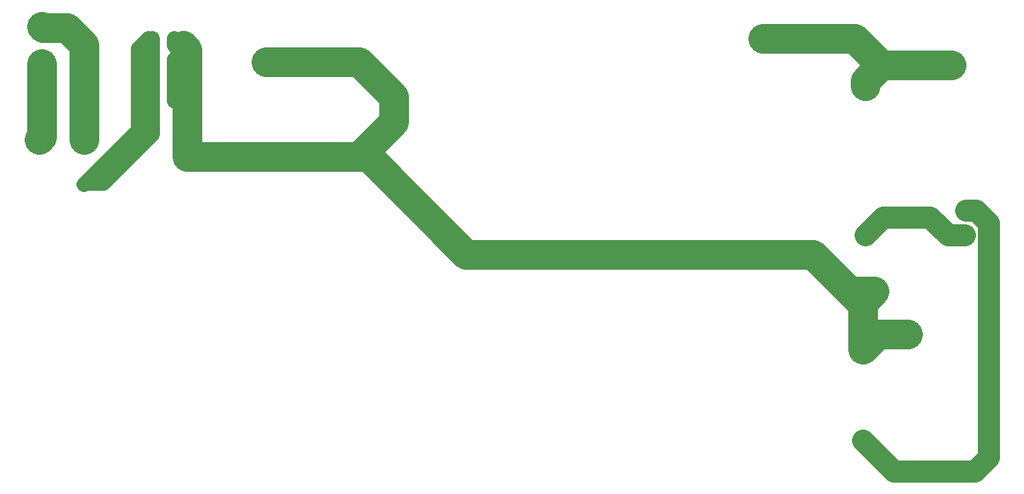
<source format=gbp>
G04*
G04 #@! TF.GenerationSoftware,Altium Limited,Altium Designer,22.0.2 (36)*
G04*
G04 Layer_Color=128*
%FSLAX44Y44*%
%MOMM*%
G71*
G04*
G04 #@! TF.SameCoordinates,5839D2CD-8417-4FFE-AC2F-3A0E45452BBB*
G04*
G04*
G04 #@! TF.FilePolarity,Positive*
G04*
G01*
G75*
%ADD68C,4.0000*%
%ADD69C,3.0000*%
%ADD71C,2.0000*%
%ADD79C,2.0300*%
D68*
X499000Y1149250D02*
X504500Y1143750D01*
Y1000000D02*
Y1143750D01*
X504500Y1000000D02*
X504500Y1000000D01*
X504500Y1000000D02*
X735000D01*
X310000Y1175000D02*
X311750Y1173250D01*
X343250D01*
X366550Y1149950D01*
Y1023140D02*
Y1149950D01*
X306550Y1023140D02*
X310000Y1026590D01*
Y1125000D01*
X1413250Y1102000D02*
X1430000Y1118750D01*
X1413250Y1095250D02*
Y1102000D01*
X1434250Y1123000D02*
X1527750D01*
X1398250Y1159000D02*
X1434250Y1123000D01*
X1275750Y1159000D02*
X1398250D01*
X1342500Y869250D02*
X1409250Y802500D01*
X1391750Y820000D02*
X1425000D01*
X1342500Y869250D02*
X1391750Y820000D01*
X1429500Y762500D02*
X1469500D01*
X1409500Y742500D02*
X1429500Y762500D01*
X1409500Y742500D02*
Y804500D01*
X1425000Y820000D01*
X878000Y869250D02*
X1342500D01*
X747250Y1000000D02*
X878000Y869250D01*
X735000Y1000000D02*
X747250D01*
X735000D02*
X781500Y1046500D01*
Y1081000D01*
X735000Y1127500D02*
X781500Y1081000D01*
X610000Y1127500D02*
X735000D01*
D69*
X1523500Y895000D02*
X1546000D01*
X1499750Y918750D02*
X1523500Y895000D01*
X1436750Y918750D02*
X1499750D01*
X1413250Y895250D02*
X1436750Y918750D01*
X1547750Y928400D02*
X1560850D01*
X1578000Y911250D01*
Y597250D02*
Y911250D01*
X1559750Y579000D02*
X1578000Y597250D01*
X1451000Y579000D02*
X1559750D01*
X1409500Y620500D02*
X1451000Y579000D01*
X1409500Y620500D02*
X1409500D01*
D71*
X457860Y1029610D02*
Y1158840D01*
X366640Y963140D02*
X439500Y1036000D01*
X366550Y963140D02*
X366640D01*
X370000Y964500D02*
X392750D01*
X457860Y1029610D01*
X487860Y1149390D02*
X488500Y1148750D01*
X487860Y1149390D02*
Y1158840D01*
Y1075020D02*
Y1130900D01*
D79*
X439500Y1145500D02*
X452840Y1158840D01*
X439500Y1036000D02*
Y1145500D01*
M02*

</source>
